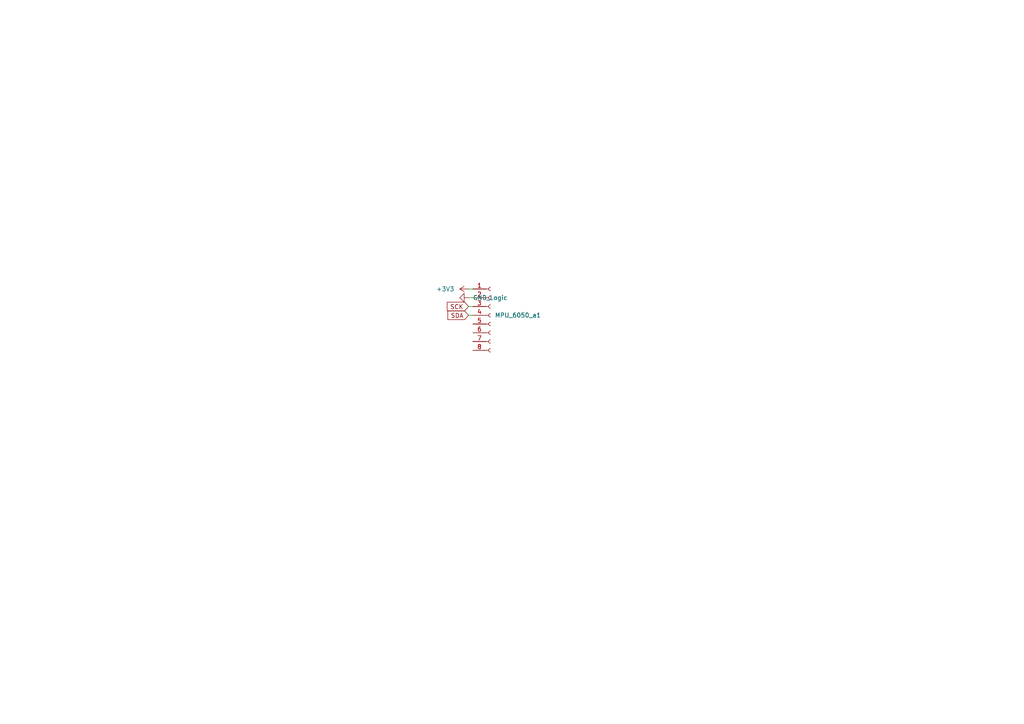
<source format=kicad_sch>
(kicad_sch (version 20231120) (generator "eeschema") (generator_version "8.0")
  (paper "A4")
  (lib_symbols
    (symbol "Connector:Conn_01x08_Female" (pin_names (offset 1.016) hide)
      (property "Reference" "J" (at 0 10.16 0))
      (property "Value" "Conn_01x08_Female" (at 0 -12.7 0))
      (symbol "Conn_01x08_Female_1_1"
        (arc (start 0 -9.652) (mid -0.508 -10.16) (end 0 -10.668) (stroke (width 0.1524)))
        (arc (start 0 -7.112) (mid -0.508 -7.62) (end 0 -8.128) (stroke (width 0.1524)))
        (arc (start 0 -4.572) (mid -0.508 -5.08) (end 0 -5.588) (stroke (width 0.1524)))
        (arc (start 0 -2.032) (mid -0.508 -2.54) (end 0 -3.048) (stroke (width 0.1524)))
        (polyline (pts (xy -1.27 -10.16) (xy -0.508 -10.16)) (stroke (width 0.1524)))
        (polyline (pts (xy -1.27 -7.62) (xy -0.508 -7.62)) (stroke (width 0.1524)))
        (polyline (pts (xy -1.27 -5.08) (xy -0.508 -5.08)) (stroke (width 0.1524)))
        (polyline (pts (xy -1.27 -2.54) (xy -0.508 -2.54)) (stroke (width 0.1524)))
        (polyline (pts (xy -1.27 0) (xy -0.508 0)) (stroke (width 0.1524)))
        (polyline (pts (xy -1.27 2.54) (xy -0.508 2.54)) (stroke (width 0.1524)))
        (polyline (pts (xy -1.27 5.08) (xy -0.508 5.08)) (stroke (width 0.1524)))
        (polyline (pts (xy -1.27 7.62) (xy -0.508 7.62)) (stroke (width 0.1524)))
        (arc (start 0 0.508) (mid -0.508 0) (end 0 -0.508) (stroke (width 0.1524)))
        (arc (start 0 3.048) (mid -0.508 2.54) (end 0 2.032) (stroke (width 0.1524)))
        (arc (start 0 5.588) (mid -0.508 5.08) (end 0 4.572) (stroke (width 0.1524)))
        (arc (start 0 8.128) (mid -0.508 7.62) (end 0 7.112) (stroke (width 0.1524)))
        (pin passive line (at -5.08 7.62 0) (length 3.81) (name "Pin_1") (number "1"))
        (pin passive line (at -5.08 5.08 0) (length 3.81) (name "Pin_2") (number "2"))
        (pin passive line (at -5.08 2.54 0) (length 3.81) (name "Pin_3") (number "3"))
        (pin passive line (at -5.08 0 0) (length 3.81) (name "Pin_4") (number "4"))
        (pin passive line (at -5.08 -2.54 0) (length 3.81) (name "Pin_5") (number "5"))
        (pin passive line (at -5.08 -5.08 0) (length 3.81) (name "Pin_6") (number "6"))
        (pin passive line (at -5.08 -7.62 0) (length 3.81) (name "Pin_7") (number "7"))
        (pin passive line (at -5.08 -10.16 0) (length 3.81) (name "Pin_8") (number "8"))
      )
    )
    (symbol "power:+3V3" (power) (pin_names (offset 0))
      (property "Value" "+3V3" (at 0 3.556 0))
      (symbol "+3V3_0_1"
        (polyline (pts (xy -0.762 1.27) (xy 0 2.54)))
        (polyline (pts (xy 0 0) (xy 0 2.54)))
        (polyline (pts (xy 0 2.54) (xy 0.762 1.27)))
      )
      (symbol "+3V3_1_1"
        (pin power_in line (at 0 0 90) (length 0) hide (name "+3V3") (number "1"))
      )
    )
    (symbol "power:GND" (power) (pin_names (offset 0))
      (property "Value" "GND" (at 0 -3.81 0))
      (symbol "GND_0_1"
        (polyline (pts (xy 0 0) (xy 0 -1.27) (xy 1.27 -1.27) (xy 0 -2.54) (xy -1.27 -1.27) (xy 0 -1.27)))
      )
      (symbol "GND_1_1"
        (pin power_in line (at 0 0 270) (length 0) hide (name "GND") (number "1"))
      )
    )
  )
  (wire (pts (xy 135.89 83.82) (xy 137.16 83.82)))
  (wire (pts (xy 135.89 86.36) (xy 137.16 86.36)))
  (wire (pts (xy 135.89 91.44) (xy 137.16 91.44)))
  (wire (pts (xy 135.89 88.9) (xy 137.16 88.9)))
  (global_label "SCK" (shape input) (at 135.89 88.9 180) (property "Intersheetrefs" "${INTERSHEET_REFS}" (effects (hide yes))))
  (global_label "SDA" (shape input) (at 135.89 91.44 180) (property "Intersheetrefs" "${INTERSHEET_REFS}" (effects (hide yes))))
  (symbol (lib_id "power:GND") (at 135.89 86.36 270) (unit 1)
    (property "Reference" "#PWR4" (effects (hide yes)))
    (property "Value" "GND_Logic" (at 137.16 86.3599 90) (effects (justify left)))
    (property "Description" "Power symbol creates a global label with name \"GND\" , ground" (effects (hide yes)))
  )
  (symbol (lib_id "Connector:Conn_01x08_Female") (at 142.24 91.44 0) (unit 1)
    (property "Reference" "MPU_6050_a1" (at 143.51 91.4399 0) (effects (justify left)))
    (property "Value" "MPU_6050_a" (effects (hide yes)))
    (property "Footprint" "Connector_PinHeader_2.54mm:PinHeader_1x08_P2.54mm_Vertical" (effects (hide yes)))
    (property "Description" "Generic connector, single row, 01x08, script generated (kicad-library-utils/schlib/autogen/connector/)" (effects (hide yes)))
  )
  (symbol (lib_id "power:+3V3") (at 135.89 83.82 90) (unit 1)
    (property "Reference" "#PWR3" (effects (hide yes)))
    (property "Value" "+3V3" (at 126.492 83.82 90) (effects (justify right)))
    (property "Description" "Power symbol creates a global label with name \"+3V3\"" (effects (hide yes)))
  )
)
</source>
